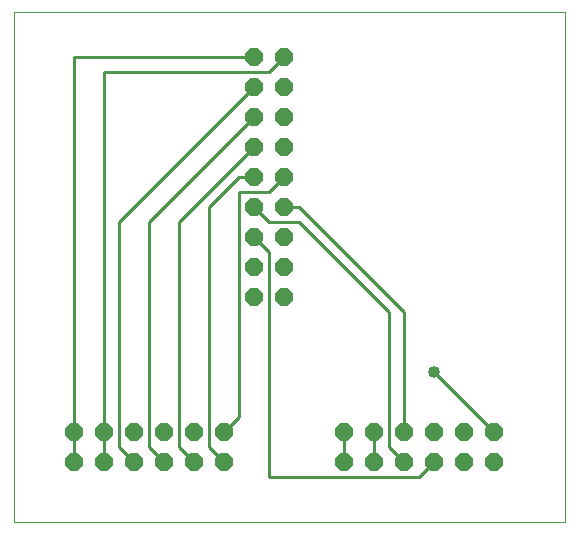
<source format=gtl>
G75*
G70*
%OFA0B0*%
%FSLAX24Y24*%
%IPPOS*%
%LPD*%
%AMOC8*
5,1,8,0,0,1.08239X$1,22.5*
%
%ADD10C,0.0000*%
%ADD11OC8,0.0600*%
%ADD12C,0.0100*%
%ADD13C,0.0400*%
D10*
X000100Y000100D02*
X000100Y017096D01*
X018470Y017096D01*
X018470Y000100D01*
X000100Y000100D01*
D11*
X002100Y002100D03*
X003100Y002100D03*
X003100Y003100D03*
X002100Y003100D03*
X004100Y003100D03*
X005100Y003100D03*
X006100Y003100D03*
X006100Y002100D03*
X005100Y002100D03*
X004100Y002100D03*
X007100Y002100D03*
X007100Y003100D03*
X011100Y003100D03*
X011100Y002100D03*
X012100Y002100D03*
X013100Y002100D03*
X014100Y002100D03*
X014100Y003100D03*
X013100Y003100D03*
X012100Y003100D03*
X015100Y003100D03*
X016100Y003100D03*
X016100Y002100D03*
X015100Y002100D03*
X009100Y007600D03*
X009100Y008600D03*
X009100Y009600D03*
X009100Y010600D03*
X009100Y011600D03*
X009100Y012600D03*
X009100Y013600D03*
X009100Y014600D03*
X009100Y015600D03*
X008100Y015600D03*
X008100Y014600D03*
X008100Y013600D03*
X008100Y012600D03*
X008100Y011600D03*
X008100Y010600D03*
X008100Y009600D03*
X008100Y008600D03*
X008100Y007600D03*
D12*
X008600Y009100D02*
X008100Y009600D01*
X008600Y009100D02*
X008600Y001600D01*
X013600Y001600D01*
X014100Y002100D01*
X013100Y002100D02*
X012600Y002600D01*
X012600Y007100D01*
X009600Y010100D01*
X008600Y010100D01*
X008100Y010600D01*
X008600Y011100D02*
X007600Y011100D01*
X007600Y003600D01*
X007100Y003100D01*
X006600Y002600D02*
X006600Y010600D01*
X007600Y011600D01*
X008100Y011600D01*
X008600Y011100D02*
X009100Y011600D01*
X009100Y010600D02*
X009600Y010600D01*
X013100Y007100D01*
X013100Y003100D01*
X012100Y003100D02*
X012100Y002100D01*
X011100Y002100D02*
X011100Y003100D01*
X014100Y005100D02*
X016100Y003100D01*
X007100Y002100D02*
X006600Y002600D01*
X006100Y002100D02*
X005600Y002600D01*
X005600Y010100D01*
X008100Y012600D01*
X008100Y013600D02*
X004600Y010100D01*
X004600Y002600D01*
X005100Y002100D01*
X004100Y002100D02*
X003600Y002600D01*
X003600Y010100D01*
X008100Y014600D01*
X008600Y015100D02*
X003100Y015100D01*
X003100Y003100D01*
X003100Y002100D01*
X002100Y002100D02*
X002100Y003100D01*
X002100Y015600D01*
X008100Y015600D01*
X008600Y015100D02*
X009100Y015600D01*
D13*
X014100Y005100D03*
M02*

</source>
